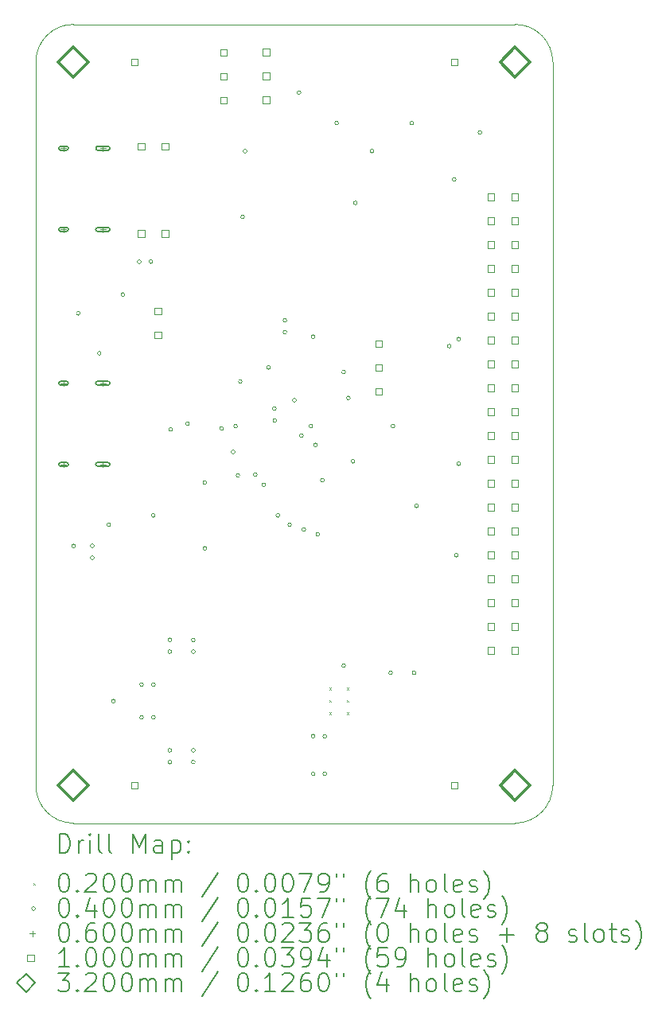
<source format=gbr>
%FSLAX45Y45*%
G04 Gerber Fmt 4.5, Leading zero omitted, Abs format (unit mm)*
G04 Created by KiCad (PCBNEW 6.0.2+dfsg-1) date 2025-09-20 13:55:49*
%MOMM*%
%LPD*%
G01*
G04 APERTURE LIST*
%TA.AperFunction,Profile*%
%ADD10C,0.100000*%
%TD*%
%ADD11C,0.200000*%
%ADD12C,0.020000*%
%ADD13C,0.040000*%
%ADD14C,0.060000*%
%ADD15C,0.100000*%
%ADD16C,0.320000*%
G04 APERTURE END LIST*
D10*
X17300000Y-14000000D02*
G75*
G03*
X17700000Y-13600000I0J400000D01*
G01*
X12200000Y-13600000D02*
G75*
G03*
X12600000Y-14000000I400000J0D01*
G01*
X12200000Y-13600000D02*
X12200000Y-5900000D01*
X17700000Y-5900000D02*
G75*
G03*
X17300000Y-5500000I-400000J0D01*
G01*
X12600000Y-5500000D02*
X17300000Y-5500000D01*
X12600000Y-5500000D02*
G75*
G03*
X12200000Y-5900000I0J-400000D01*
G01*
X17300000Y-14000000D02*
X12600000Y-14000000D01*
X17700000Y-5900000D02*
X17700000Y-13600000D01*
D11*
D12*
X15319500Y-12560000D02*
X15339500Y-12580000D01*
X15339500Y-12560000D02*
X15319500Y-12580000D01*
X15319500Y-12690000D02*
X15339500Y-12710000D01*
X15339500Y-12690000D02*
X15319500Y-12710000D01*
X15319500Y-12820000D02*
X15339500Y-12840000D01*
X15339500Y-12820000D02*
X15319500Y-12840000D01*
X15510500Y-12560000D02*
X15530500Y-12580000D01*
X15530500Y-12560000D02*
X15510500Y-12580000D01*
X15510500Y-12690000D02*
X15530500Y-12710000D01*
X15530500Y-12690000D02*
X15510500Y-12710000D01*
X15510500Y-12820000D02*
X15530500Y-12840000D01*
X15530500Y-12820000D02*
X15510500Y-12840000D01*
D13*
X12620000Y-11050000D02*
G75*
G03*
X12620000Y-11050000I-20000J0D01*
G01*
X12670000Y-8575000D02*
G75*
G03*
X12670000Y-8575000I-20000J0D01*
G01*
X12820000Y-11050000D02*
G75*
G03*
X12820000Y-11050000I-20000J0D01*
G01*
X12820000Y-11175000D02*
G75*
G03*
X12820000Y-11175000I-20000J0D01*
G01*
X12895000Y-9000000D02*
G75*
G03*
X12895000Y-9000000I-20000J0D01*
G01*
X12995000Y-10825000D02*
G75*
G03*
X12995000Y-10825000I-20000J0D01*
G01*
X13045000Y-12700000D02*
G75*
G03*
X13045000Y-12700000I-20000J0D01*
G01*
X13145000Y-8375000D02*
G75*
G03*
X13145000Y-8375000I-20000J0D01*
G01*
X13320000Y-8025000D02*
G75*
G03*
X13320000Y-8025000I-20000J0D01*
G01*
X13345000Y-12525000D02*
G75*
G03*
X13345000Y-12525000I-20000J0D01*
G01*
X13345000Y-12875000D02*
G75*
G03*
X13345000Y-12875000I-20000J0D01*
G01*
X13445000Y-8025000D02*
G75*
G03*
X13445000Y-8025000I-20000J0D01*
G01*
X13470000Y-10725000D02*
G75*
G03*
X13470000Y-10725000I-20000J0D01*
G01*
X13470000Y-12525000D02*
G75*
G03*
X13470000Y-12525000I-20000J0D01*
G01*
X13470000Y-12875000D02*
G75*
G03*
X13470000Y-12875000I-20000J0D01*
G01*
X13645000Y-12050000D02*
G75*
G03*
X13645000Y-12050000I-20000J0D01*
G01*
X13645000Y-12175000D02*
G75*
G03*
X13645000Y-12175000I-20000J0D01*
G01*
X13645000Y-13225000D02*
G75*
G03*
X13645000Y-13225000I-20000J0D01*
G01*
X13645000Y-13350000D02*
G75*
G03*
X13645000Y-13350000I-20000J0D01*
G01*
X13654467Y-9809467D02*
G75*
G03*
X13654467Y-9809467I-20000J0D01*
G01*
X13832500Y-9750000D02*
G75*
G03*
X13832500Y-9750000I-20000J0D01*
G01*
X13895000Y-12050000D02*
G75*
G03*
X13895000Y-12050000I-20000J0D01*
G01*
X13895000Y-12175000D02*
G75*
G03*
X13895000Y-12175000I-20000J0D01*
G01*
X13895000Y-13225000D02*
G75*
G03*
X13895000Y-13225000I-20000J0D01*
G01*
X13895000Y-13350000D02*
G75*
G03*
X13895000Y-13350000I-20000J0D01*
G01*
X14017630Y-10375000D02*
G75*
G03*
X14017630Y-10375000I-20000J0D01*
G01*
X14020000Y-11075000D02*
G75*
G03*
X14020000Y-11075000I-20000J0D01*
G01*
X14196230Y-9800000D02*
G75*
G03*
X14196230Y-9800000I-20000J0D01*
G01*
X14320000Y-10050000D02*
G75*
G03*
X14320000Y-10050000I-20000J0D01*
G01*
X14345000Y-9775000D02*
G75*
G03*
X14345000Y-9775000I-20000J0D01*
G01*
X14370000Y-10300000D02*
G75*
G03*
X14370000Y-10300000I-20000J0D01*
G01*
X14395000Y-9300000D02*
G75*
G03*
X14395000Y-9300000I-20000J0D01*
G01*
X14420000Y-7550000D02*
G75*
G03*
X14420000Y-7550000I-20000J0D01*
G01*
X14445000Y-6850000D02*
G75*
G03*
X14445000Y-6850000I-20000J0D01*
G01*
X14553750Y-10291250D02*
G75*
G03*
X14553750Y-10291250I-20000J0D01*
G01*
X14645000Y-10400000D02*
G75*
G03*
X14645000Y-10400000I-20000J0D01*
G01*
X14695000Y-9150000D02*
G75*
G03*
X14695000Y-9150000I-20000J0D01*
G01*
X14757500Y-9587500D02*
G75*
G03*
X14757500Y-9587500I-20000J0D01*
G01*
X14762009Y-9713987D02*
G75*
G03*
X14762009Y-9713987I-20000J0D01*
G01*
X14795000Y-10725000D02*
G75*
G03*
X14795000Y-10725000I-20000J0D01*
G01*
X14870000Y-8650000D02*
G75*
G03*
X14870000Y-8650000I-20000J0D01*
G01*
X14870000Y-8775000D02*
G75*
G03*
X14870000Y-8775000I-20000J0D01*
G01*
X14920000Y-10825000D02*
G75*
G03*
X14920000Y-10825000I-20000J0D01*
G01*
X14970000Y-9500000D02*
G75*
G03*
X14970000Y-9500000I-20000J0D01*
G01*
X15020000Y-6225000D02*
G75*
G03*
X15020000Y-6225000I-20000J0D01*
G01*
X15045000Y-9875000D02*
G75*
G03*
X15045000Y-9875000I-20000J0D01*
G01*
X15070000Y-10875000D02*
G75*
G03*
X15070000Y-10875000I-20000J0D01*
G01*
X15145000Y-9775000D02*
G75*
G03*
X15145000Y-9775000I-20000J0D01*
G01*
X15170000Y-8825000D02*
G75*
G03*
X15170000Y-8825000I-20000J0D01*
G01*
X15170000Y-13075000D02*
G75*
G03*
X15170000Y-13075000I-20000J0D01*
G01*
X15170000Y-13475000D02*
G75*
G03*
X15170000Y-13475000I-20000J0D01*
G01*
X15195000Y-9975000D02*
G75*
G03*
X15195000Y-9975000I-20000J0D01*
G01*
X15220000Y-10925000D02*
G75*
G03*
X15220000Y-10925000I-20000J0D01*
G01*
X15270000Y-10350000D02*
G75*
G03*
X15270000Y-10350000I-20000J0D01*
G01*
X15295000Y-13075000D02*
G75*
G03*
X15295000Y-13075000I-20000J0D01*
G01*
X15295000Y-13475000D02*
G75*
G03*
X15295000Y-13475000I-20000J0D01*
G01*
X15420000Y-6550000D02*
G75*
G03*
X15420000Y-6550000I-20000J0D01*
G01*
X15495000Y-9200000D02*
G75*
G03*
X15495000Y-9200000I-20000J0D01*
G01*
X15495000Y-12325000D02*
G75*
G03*
X15495000Y-12325000I-20000J0D01*
G01*
X15545000Y-9475000D02*
G75*
G03*
X15545000Y-9475000I-20000J0D01*
G01*
X15595000Y-10150000D02*
G75*
G03*
X15595000Y-10150000I-20000J0D01*
G01*
X15620000Y-7400000D02*
G75*
G03*
X15620000Y-7400000I-20000J0D01*
G01*
X15797500Y-6847500D02*
G75*
G03*
X15797500Y-6847500I-20000J0D01*
G01*
X15995000Y-12400000D02*
G75*
G03*
X15995000Y-12400000I-20000J0D01*
G01*
X16020000Y-9775000D02*
G75*
G03*
X16020000Y-9775000I-20000J0D01*
G01*
X16220000Y-6550000D02*
G75*
G03*
X16220000Y-6550000I-20000J0D01*
G01*
X16245000Y-12400000D02*
G75*
G03*
X16245000Y-12400000I-20000J0D01*
G01*
X16270000Y-10625000D02*
G75*
G03*
X16270000Y-10625000I-20000J0D01*
G01*
X16618770Y-8923770D02*
G75*
G03*
X16618770Y-8923770I-20000J0D01*
G01*
X16670000Y-7150000D02*
G75*
G03*
X16670000Y-7150000I-20000J0D01*
G01*
X16695000Y-11150000D02*
G75*
G03*
X16695000Y-11150000I-20000J0D01*
G01*
X16720000Y-8850000D02*
G75*
G03*
X16720000Y-8850000I-20000J0D01*
G01*
X16720000Y-10175000D02*
G75*
G03*
X16720000Y-10175000I-20000J0D01*
G01*
X16945000Y-6650000D02*
G75*
G03*
X16945000Y-6650000I-20000J0D01*
G01*
D14*
X12495000Y-6788000D02*
X12495000Y-6848000D01*
X12465000Y-6818000D02*
X12525000Y-6818000D01*
D11*
X12525000Y-6798000D02*
X12465000Y-6798000D01*
X12525000Y-6838000D02*
X12465000Y-6838000D01*
X12465000Y-6798000D02*
G75*
G03*
X12465000Y-6838000I0J-20000D01*
G01*
X12525000Y-6838000D02*
G75*
G03*
X12525000Y-6798000I0J20000D01*
G01*
D14*
X12495000Y-7652000D02*
X12495000Y-7712000D01*
X12465000Y-7682000D02*
X12525000Y-7682000D01*
D11*
X12525000Y-7662000D02*
X12465000Y-7662000D01*
X12525000Y-7702000D02*
X12465000Y-7702000D01*
X12465000Y-7662000D02*
G75*
G03*
X12465000Y-7702000I0J-20000D01*
G01*
X12525000Y-7702000D02*
G75*
G03*
X12525000Y-7662000I0J20000D01*
G01*
D14*
X12495000Y-9288000D02*
X12495000Y-9348000D01*
X12465000Y-9318000D02*
X12525000Y-9318000D01*
D11*
X12525000Y-9298000D02*
X12465000Y-9298000D01*
X12525000Y-9338000D02*
X12465000Y-9338000D01*
X12465000Y-9298000D02*
G75*
G03*
X12465000Y-9338000I0J-20000D01*
G01*
X12525000Y-9338000D02*
G75*
G03*
X12525000Y-9298000I0J20000D01*
G01*
D14*
X12495000Y-10152000D02*
X12495000Y-10212000D01*
X12465000Y-10182000D02*
X12525000Y-10182000D01*
D11*
X12525000Y-10162000D02*
X12465000Y-10162000D01*
X12525000Y-10202000D02*
X12465000Y-10202000D01*
X12465000Y-10162000D02*
G75*
G03*
X12465000Y-10202000I0J-20000D01*
G01*
X12525000Y-10202000D02*
G75*
G03*
X12525000Y-10162000I0J20000D01*
G01*
D14*
X12913000Y-6788000D02*
X12913000Y-6848000D01*
X12883000Y-6818000D02*
X12943000Y-6818000D01*
D11*
X12968000Y-6798000D02*
X12858000Y-6798000D01*
X12968000Y-6838000D02*
X12858000Y-6838000D01*
X12858000Y-6798000D02*
G75*
G03*
X12858000Y-6838000I0J-20000D01*
G01*
X12968000Y-6838000D02*
G75*
G03*
X12968000Y-6798000I0J20000D01*
G01*
D14*
X12913000Y-7652000D02*
X12913000Y-7712000D01*
X12883000Y-7682000D02*
X12943000Y-7682000D01*
D11*
X12968000Y-7662000D02*
X12858000Y-7662000D01*
X12968000Y-7702000D02*
X12858000Y-7702000D01*
X12858000Y-7662000D02*
G75*
G03*
X12858000Y-7702000I0J-20000D01*
G01*
X12968000Y-7702000D02*
G75*
G03*
X12968000Y-7662000I0J20000D01*
G01*
D14*
X12913000Y-9288000D02*
X12913000Y-9348000D01*
X12883000Y-9318000D02*
X12943000Y-9318000D01*
D11*
X12968000Y-9298000D02*
X12858000Y-9298000D01*
X12968000Y-9338000D02*
X12858000Y-9338000D01*
X12858000Y-9298000D02*
G75*
G03*
X12858000Y-9338000I0J-20000D01*
G01*
X12968000Y-9338000D02*
G75*
G03*
X12968000Y-9298000I0J20000D01*
G01*
D14*
X12913000Y-10152000D02*
X12913000Y-10212000D01*
X12883000Y-10182000D02*
X12943000Y-10182000D01*
D11*
X12968000Y-10162000D02*
X12858000Y-10162000D01*
X12968000Y-10202000D02*
X12858000Y-10202000D01*
X12858000Y-10162000D02*
G75*
G03*
X12858000Y-10202000I0J-20000D01*
G01*
X12968000Y-10202000D02*
G75*
G03*
X12968000Y-10162000I0J20000D01*
G01*
D15*
X13285356Y-5935356D02*
X13285356Y-5864644D01*
X13214644Y-5864644D01*
X13214644Y-5935356D01*
X13285356Y-5935356D01*
X13285356Y-13635356D02*
X13285356Y-13564644D01*
X13214644Y-13564644D01*
X13214644Y-13635356D01*
X13285356Y-13635356D01*
X13356356Y-6835356D02*
X13356356Y-6764644D01*
X13285644Y-6764644D01*
X13285644Y-6835356D01*
X13356356Y-6835356D01*
X13357856Y-7760356D02*
X13357856Y-7689644D01*
X13287144Y-7689644D01*
X13287144Y-7760356D01*
X13357856Y-7760356D01*
X13535356Y-8583856D02*
X13535356Y-8513144D01*
X13464644Y-8513144D01*
X13464644Y-8583856D01*
X13535356Y-8583856D01*
X13535356Y-8837856D02*
X13535356Y-8767144D01*
X13464644Y-8767144D01*
X13464644Y-8837856D01*
X13535356Y-8837856D01*
X13610356Y-6835356D02*
X13610356Y-6764644D01*
X13539644Y-6764644D01*
X13539644Y-6835356D01*
X13610356Y-6835356D01*
X13611856Y-7760356D02*
X13611856Y-7689644D01*
X13541144Y-7689644D01*
X13541144Y-7760356D01*
X13611856Y-7760356D01*
X14235356Y-5832856D02*
X14235356Y-5762144D01*
X14164644Y-5762144D01*
X14164644Y-5832856D01*
X14235356Y-5832856D01*
X14235356Y-6086856D02*
X14235356Y-6016144D01*
X14164644Y-6016144D01*
X14164644Y-6086856D01*
X14235356Y-6086856D01*
X14235356Y-6340856D02*
X14235356Y-6270144D01*
X14164644Y-6270144D01*
X14164644Y-6340856D01*
X14235356Y-6340856D01*
X14685356Y-5831356D02*
X14685356Y-5760644D01*
X14614644Y-5760644D01*
X14614644Y-5831356D01*
X14685356Y-5831356D01*
X14685356Y-6085356D02*
X14685356Y-6014644D01*
X14614644Y-6014644D01*
X14614644Y-6085356D01*
X14685356Y-6085356D01*
X14685356Y-6339356D02*
X14685356Y-6268644D01*
X14614644Y-6268644D01*
X14614644Y-6339356D01*
X14685356Y-6339356D01*
X15885356Y-8931356D02*
X15885356Y-8860644D01*
X15814644Y-8860644D01*
X15814644Y-8931356D01*
X15885356Y-8931356D01*
X15885356Y-9185356D02*
X15885356Y-9114644D01*
X15814644Y-9114644D01*
X15814644Y-9185356D01*
X15885356Y-9185356D01*
X15885356Y-9439356D02*
X15885356Y-9368644D01*
X15814644Y-9368644D01*
X15814644Y-9439356D01*
X15885356Y-9439356D01*
X16685356Y-5935356D02*
X16685356Y-5864644D01*
X16614644Y-5864644D01*
X16614644Y-5935356D01*
X16685356Y-5935356D01*
X16685356Y-13635356D02*
X16685356Y-13564644D01*
X16614644Y-13564644D01*
X16614644Y-13635356D01*
X16685356Y-13635356D01*
X17077356Y-7372356D02*
X17077356Y-7301644D01*
X17006644Y-7301644D01*
X17006644Y-7372356D01*
X17077356Y-7372356D01*
X17077356Y-7626356D02*
X17077356Y-7555644D01*
X17006644Y-7555644D01*
X17006644Y-7626356D01*
X17077356Y-7626356D01*
X17077356Y-7880356D02*
X17077356Y-7809644D01*
X17006644Y-7809644D01*
X17006644Y-7880356D01*
X17077356Y-7880356D01*
X17077356Y-8134356D02*
X17077356Y-8063644D01*
X17006644Y-8063644D01*
X17006644Y-8134356D01*
X17077356Y-8134356D01*
X17077356Y-8388356D02*
X17077356Y-8317644D01*
X17006644Y-8317644D01*
X17006644Y-8388356D01*
X17077356Y-8388356D01*
X17077356Y-8642356D02*
X17077356Y-8571644D01*
X17006644Y-8571644D01*
X17006644Y-8642356D01*
X17077356Y-8642356D01*
X17077356Y-8896356D02*
X17077356Y-8825644D01*
X17006644Y-8825644D01*
X17006644Y-8896356D01*
X17077356Y-8896356D01*
X17077356Y-9150356D02*
X17077356Y-9079644D01*
X17006644Y-9079644D01*
X17006644Y-9150356D01*
X17077356Y-9150356D01*
X17077356Y-9404356D02*
X17077356Y-9333644D01*
X17006644Y-9333644D01*
X17006644Y-9404356D01*
X17077356Y-9404356D01*
X17077356Y-9658356D02*
X17077356Y-9587644D01*
X17006644Y-9587644D01*
X17006644Y-9658356D01*
X17077356Y-9658356D01*
X17077356Y-9912356D02*
X17077356Y-9841644D01*
X17006644Y-9841644D01*
X17006644Y-9912356D01*
X17077356Y-9912356D01*
X17077356Y-10166356D02*
X17077356Y-10095644D01*
X17006644Y-10095644D01*
X17006644Y-10166356D01*
X17077356Y-10166356D01*
X17077356Y-10420356D02*
X17077356Y-10349644D01*
X17006644Y-10349644D01*
X17006644Y-10420356D01*
X17077356Y-10420356D01*
X17077356Y-10674356D02*
X17077356Y-10603644D01*
X17006644Y-10603644D01*
X17006644Y-10674356D01*
X17077356Y-10674356D01*
X17077356Y-10928356D02*
X17077356Y-10857644D01*
X17006644Y-10857644D01*
X17006644Y-10928356D01*
X17077356Y-10928356D01*
X17077356Y-11182356D02*
X17077356Y-11111644D01*
X17006644Y-11111644D01*
X17006644Y-11182356D01*
X17077356Y-11182356D01*
X17077356Y-11436356D02*
X17077356Y-11365644D01*
X17006644Y-11365644D01*
X17006644Y-11436356D01*
X17077356Y-11436356D01*
X17077356Y-11690356D02*
X17077356Y-11619644D01*
X17006644Y-11619644D01*
X17006644Y-11690356D01*
X17077356Y-11690356D01*
X17077356Y-11944356D02*
X17077356Y-11873644D01*
X17006644Y-11873644D01*
X17006644Y-11944356D01*
X17077356Y-11944356D01*
X17077356Y-12198356D02*
X17077356Y-12127644D01*
X17006644Y-12127644D01*
X17006644Y-12198356D01*
X17077356Y-12198356D01*
X17331356Y-7372356D02*
X17331356Y-7301644D01*
X17260644Y-7301644D01*
X17260644Y-7372356D01*
X17331356Y-7372356D01*
X17331356Y-7626356D02*
X17331356Y-7555644D01*
X17260644Y-7555644D01*
X17260644Y-7626356D01*
X17331356Y-7626356D01*
X17331356Y-7880356D02*
X17331356Y-7809644D01*
X17260644Y-7809644D01*
X17260644Y-7880356D01*
X17331356Y-7880356D01*
X17331356Y-8134356D02*
X17331356Y-8063644D01*
X17260644Y-8063644D01*
X17260644Y-8134356D01*
X17331356Y-8134356D01*
X17331356Y-8388356D02*
X17331356Y-8317644D01*
X17260644Y-8317644D01*
X17260644Y-8388356D01*
X17331356Y-8388356D01*
X17331356Y-8642356D02*
X17331356Y-8571644D01*
X17260644Y-8571644D01*
X17260644Y-8642356D01*
X17331356Y-8642356D01*
X17331356Y-8896356D02*
X17331356Y-8825644D01*
X17260644Y-8825644D01*
X17260644Y-8896356D01*
X17331356Y-8896356D01*
X17331356Y-9150356D02*
X17331356Y-9079644D01*
X17260644Y-9079644D01*
X17260644Y-9150356D01*
X17331356Y-9150356D01*
X17331356Y-9404356D02*
X17331356Y-9333644D01*
X17260644Y-9333644D01*
X17260644Y-9404356D01*
X17331356Y-9404356D01*
X17331356Y-9658356D02*
X17331356Y-9587644D01*
X17260644Y-9587644D01*
X17260644Y-9658356D01*
X17331356Y-9658356D01*
X17331356Y-9912356D02*
X17331356Y-9841644D01*
X17260644Y-9841644D01*
X17260644Y-9912356D01*
X17331356Y-9912356D01*
X17331356Y-10166356D02*
X17331356Y-10095644D01*
X17260644Y-10095644D01*
X17260644Y-10166356D01*
X17331356Y-10166356D01*
X17331356Y-10420356D02*
X17331356Y-10349644D01*
X17260644Y-10349644D01*
X17260644Y-10420356D01*
X17331356Y-10420356D01*
X17331356Y-10674356D02*
X17331356Y-10603644D01*
X17260644Y-10603644D01*
X17260644Y-10674356D01*
X17331356Y-10674356D01*
X17331356Y-10928356D02*
X17331356Y-10857644D01*
X17260644Y-10857644D01*
X17260644Y-10928356D01*
X17331356Y-10928356D01*
X17331356Y-11182356D02*
X17331356Y-11111644D01*
X17260644Y-11111644D01*
X17260644Y-11182356D01*
X17331356Y-11182356D01*
X17331356Y-11436356D02*
X17331356Y-11365644D01*
X17260644Y-11365644D01*
X17260644Y-11436356D01*
X17331356Y-11436356D01*
X17331356Y-11690356D02*
X17331356Y-11619644D01*
X17260644Y-11619644D01*
X17260644Y-11690356D01*
X17331356Y-11690356D01*
X17331356Y-11944356D02*
X17331356Y-11873644D01*
X17260644Y-11873644D01*
X17260644Y-11944356D01*
X17331356Y-11944356D01*
X17331356Y-12198356D02*
X17331356Y-12127644D01*
X17260644Y-12127644D01*
X17260644Y-12198356D01*
X17331356Y-12198356D01*
D16*
X12600000Y-6060000D02*
X12760000Y-5900000D01*
X12600000Y-5740000D01*
X12440000Y-5900000D01*
X12600000Y-6060000D01*
X12600000Y-13760000D02*
X12760000Y-13600000D01*
X12600000Y-13440000D01*
X12440000Y-13600000D01*
X12600000Y-13760000D01*
X17300000Y-6060000D02*
X17460000Y-5900000D01*
X17300000Y-5740000D01*
X17140000Y-5900000D01*
X17300000Y-6060000D01*
X17300000Y-13760000D02*
X17460000Y-13600000D01*
X17300000Y-13440000D01*
X17140000Y-13600000D01*
X17300000Y-13760000D01*
D11*
X12452619Y-14315476D02*
X12452619Y-14115476D01*
X12500238Y-14115476D01*
X12528809Y-14125000D01*
X12547857Y-14144048D01*
X12557381Y-14163095D01*
X12566905Y-14201190D01*
X12566905Y-14229762D01*
X12557381Y-14267857D01*
X12547857Y-14286905D01*
X12528809Y-14305952D01*
X12500238Y-14315476D01*
X12452619Y-14315476D01*
X12652619Y-14315476D02*
X12652619Y-14182143D01*
X12652619Y-14220238D02*
X12662143Y-14201190D01*
X12671667Y-14191667D01*
X12690714Y-14182143D01*
X12709762Y-14182143D01*
X12776428Y-14315476D02*
X12776428Y-14182143D01*
X12776428Y-14115476D02*
X12766905Y-14125000D01*
X12776428Y-14134524D01*
X12785952Y-14125000D01*
X12776428Y-14115476D01*
X12776428Y-14134524D01*
X12900238Y-14315476D02*
X12881190Y-14305952D01*
X12871667Y-14286905D01*
X12871667Y-14115476D01*
X13005000Y-14315476D02*
X12985952Y-14305952D01*
X12976428Y-14286905D01*
X12976428Y-14115476D01*
X13233571Y-14315476D02*
X13233571Y-14115476D01*
X13300238Y-14258333D01*
X13366905Y-14115476D01*
X13366905Y-14315476D01*
X13547857Y-14315476D02*
X13547857Y-14210714D01*
X13538333Y-14191667D01*
X13519286Y-14182143D01*
X13481190Y-14182143D01*
X13462143Y-14191667D01*
X13547857Y-14305952D02*
X13528809Y-14315476D01*
X13481190Y-14315476D01*
X13462143Y-14305952D01*
X13452619Y-14286905D01*
X13452619Y-14267857D01*
X13462143Y-14248809D01*
X13481190Y-14239286D01*
X13528809Y-14239286D01*
X13547857Y-14229762D01*
X13643095Y-14182143D02*
X13643095Y-14382143D01*
X13643095Y-14191667D02*
X13662143Y-14182143D01*
X13700238Y-14182143D01*
X13719286Y-14191667D01*
X13728809Y-14201190D01*
X13738333Y-14220238D01*
X13738333Y-14277381D01*
X13728809Y-14296428D01*
X13719286Y-14305952D01*
X13700238Y-14315476D01*
X13662143Y-14315476D01*
X13643095Y-14305952D01*
X13824048Y-14296428D02*
X13833571Y-14305952D01*
X13824048Y-14315476D01*
X13814524Y-14305952D01*
X13824048Y-14296428D01*
X13824048Y-14315476D01*
X13824048Y-14191667D02*
X13833571Y-14201190D01*
X13824048Y-14210714D01*
X13814524Y-14201190D01*
X13824048Y-14191667D01*
X13824048Y-14210714D01*
D12*
X12175000Y-14635000D02*
X12195000Y-14655000D01*
X12195000Y-14635000D02*
X12175000Y-14655000D01*
D11*
X12490714Y-14535476D02*
X12509762Y-14535476D01*
X12528809Y-14545000D01*
X12538333Y-14554524D01*
X12547857Y-14573571D01*
X12557381Y-14611667D01*
X12557381Y-14659286D01*
X12547857Y-14697381D01*
X12538333Y-14716428D01*
X12528809Y-14725952D01*
X12509762Y-14735476D01*
X12490714Y-14735476D01*
X12471667Y-14725952D01*
X12462143Y-14716428D01*
X12452619Y-14697381D01*
X12443095Y-14659286D01*
X12443095Y-14611667D01*
X12452619Y-14573571D01*
X12462143Y-14554524D01*
X12471667Y-14545000D01*
X12490714Y-14535476D01*
X12643095Y-14716428D02*
X12652619Y-14725952D01*
X12643095Y-14735476D01*
X12633571Y-14725952D01*
X12643095Y-14716428D01*
X12643095Y-14735476D01*
X12728809Y-14554524D02*
X12738333Y-14545000D01*
X12757381Y-14535476D01*
X12805000Y-14535476D01*
X12824048Y-14545000D01*
X12833571Y-14554524D01*
X12843095Y-14573571D01*
X12843095Y-14592619D01*
X12833571Y-14621190D01*
X12719286Y-14735476D01*
X12843095Y-14735476D01*
X12966905Y-14535476D02*
X12985952Y-14535476D01*
X13005000Y-14545000D01*
X13014524Y-14554524D01*
X13024048Y-14573571D01*
X13033571Y-14611667D01*
X13033571Y-14659286D01*
X13024048Y-14697381D01*
X13014524Y-14716428D01*
X13005000Y-14725952D01*
X12985952Y-14735476D01*
X12966905Y-14735476D01*
X12947857Y-14725952D01*
X12938333Y-14716428D01*
X12928809Y-14697381D01*
X12919286Y-14659286D01*
X12919286Y-14611667D01*
X12928809Y-14573571D01*
X12938333Y-14554524D01*
X12947857Y-14545000D01*
X12966905Y-14535476D01*
X13157381Y-14535476D02*
X13176428Y-14535476D01*
X13195476Y-14545000D01*
X13205000Y-14554524D01*
X13214524Y-14573571D01*
X13224048Y-14611667D01*
X13224048Y-14659286D01*
X13214524Y-14697381D01*
X13205000Y-14716428D01*
X13195476Y-14725952D01*
X13176428Y-14735476D01*
X13157381Y-14735476D01*
X13138333Y-14725952D01*
X13128809Y-14716428D01*
X13119286Y-14697381D01*
X13109762Y-14659286D01*
X13109762Y-14611667D01*
X13119286Y-14573571D01*
X13128809Y-14554524D01*
X13138333Y-14545000D01*
X13157381Y-14535476D01*
X13309762Y-14735476D02*
X13309762Y-14602143D01*
X13309762Y-14621190D02*
X13319286Y-14611667D01*
X13338333Y-14602143D01*
X13366905Y-14602143D01*
X13385952Y-14611667D01*
X13395476Y-14630714D01*
X13395476Y-14735476D01*
X13395476Y-14630714D02*
X13405000Y-14611667D01*
X13424048Y-14602143D01*
X13452619Y-14602143D01*
X13471667Y-14611667D01*
X13481190Y-14630714D01*
X13481190Y-14735476D01*
X13576428Y-14735476D02*
X13576428Y-14602143D01*
X13576428Y-14621190D02*
X13585952Y-14611667D01*
X13605000Y-14602143D01*
X13633571Y-14602143D01*
X13652619Y-14611667D01*
X13662143Y-14630714D01*
X13662143Y-14735476D01*
X13662143Y-14630714D02*
X13671667Y-14611667D01*
X13690714Y-14602143D01*
X13719286Y-14602143D01*
X13738333Y-14611667D01*
X13747857Y-14630714D01*
X13747857Y-14735476D01*
X14138333Y-14525952D02*
X13966905Y-14783095D01*
X14395476Y-14535476D02*
X14414524Y-14535476D01*
X14433571Y-14545000D01*
X14443095Y-14554524D01*
X14452619Y-14573571D01*
X14462143Y-14611667D01*
X14462143Y-14659286D01*
X14452619Y-14697381D01*
X14443095Y-14716428D01*
X14433571Y-14725952D01*
X14414524Y-14735476D01*
X14395476Y-14735476D01*
X14376428Y-14725952D01*
X14366905Y-14716428D01*
X14357381Y-14697381D01*
X14347857Y-14659286D01*
X14347857Y-14611667D01*
X14357381Y-14573571D01*
X14366905Y-14554524D01*
X14376428Y-14545000D01*
X14395476Y-14535476D01*
X14547857Y-14716428D02*
X14557381Y-14725952D01*
X14547857Y-14735476D01*
X14538333Y-14725952D01*
X14547857Y-14716428D01*
X14547857Y-14735476D01*
X14681190Y-14535476D02*
X14700238Y-14535476D01*
X14719286Y-14545000D01*
X14728809Y-14554524D01*
X14738333Y-14573571D01*
X14747857Y-14611667D01*
X14747857Y-14659286D01*
X14738333Y-14697381D01*
X14728809Y-14716428D01*
X14719286Y-14725952D01*
X14700238Y-14735476D01*
X14681190Y-14735476D01*
X14662143Y-14725952D01*
X14652619Y-14716428D01*
X14643095Y-14697381D01*
X14633571Y-14659286D01*
X14633571Y-14611667D01*
X14643095Y-14573571D01*
X14652619Y-14554524D01*
X14662143Y-14545000D01*
X14681190Y-14535476D01*
X14871667Y-14535476D02*
X14890714Y-14535476D01*
X14909762Y-14545000D01*
X14919286Y-14554524D01*
X14928809Y-14573571D01*
X14938333Y-14611667D01*
X14938333Y-14659286D01*
X14928809Y-14697381D01*
X14919286Y-14716428D01*
X14909762Y-14725952D01*
X14890714Y-14735476D01*
X14871667Y-14735476D01*
X14852619Y-14725952D01*
X14843095Y-14716428D01*
X14833571Y-14697381D01*
X14824048Y-14659286D01*
X14824048Y-14611667D01*
X14833571Y-14573571D01*
X14843095Y-14554524D01*
X14852619Y-14545000D01*
X14871667Y-14535476D01*
X15005000Y-14535476D02*
X15138333Y-14535476D01*
X15052619Y-14735476D01*
X15224048Y-14735476D02*
X15262143Y-14735476D01*
X15281190Y-14725952D01*
X15290714Y-14716428D01*
X15309762Y-14687857D01*
X15319286Y-14649762D01*
X15319286Y-14573571D01*
X15309762Y-14554524D01*
X15300238Y-14545000D01*
X15281190Y-14535476D01*
X15243095Y-14535476D01*
X15224048Y-14545000D01*
X15214524Y-14554524D01*
X15205000Y-14573571D01*
X15205000Y-14621190D01*
X15214524Y-14640238D01*
X15224048Y-14649762D01*
X15243095Y-14659286D01*
X15281190Y-14659286D01*
X15300238Y-14649762D01*
X15309762Y-14640238D01*
X15319286Y-14621190D01*
X15395476Y-14535476D02*
X15395476Y-14573571D01*
X15471667Y-14535476D02*
X15471667Y-14573571D01*
X15766905Y-14811667D02*
X15757381Y-14802143D01*
X15738333Y-14773571D01*
X15728809Y-14754524D01*
X15719286Y-14725952D01*
X15709762Y-14678333D01*
X15709762Y-14640238D01*
X15719286Y-14592619D01*
X15728809Y-14564048D01*
X15738333Y-14545000D01*
X15757381Y-14516428D01*
X15766905Y-14506905D01*
X15928809Y-14535476D02*
X15890714Y-14535476D01*
X15871667Y-14545000D01*
X15862143Y-14554524D01*
X15843095Y-14583095D01*
X15833571Y-14621190D01*
X15833571Y-14697381D01*
X15843095Y-14716428D01*
X15852619Y-14725952D01*
X15871667Y-14735476D01*
X15909762Y-14735476D01*
X15928809Y-14725952D01*
X15938333Y-14716428D01*
X15947857Y-14697381D01*
X15947857Y-14649762D01*
X15938333Y-14630714D01*
X15928809Y-14621190D01*
X15909762Y-14611667D01*
X15871667Y-14611667D01*
X15852619Y-14621190D01*
X15843095Y-14630714D01*
X15833571Y-14649762D01*
X16185952Y-14735476D02*
X16185952Y-14535476D01*
X16271667Y-14735476D02*
X16271667Y-14630714D01*
X16262143Y-14611667D01*
X16243095Y-14602143D01*
X16214524Y-14602143D01*
X16195476Y-14611667D01*
X16185952Y-14621190D01*
X16395476Y-14735476D02*
X16376428Y-14725952D01*
X16366905Y-14716428D01*
X16357381Y-14697381D01*
X16357381Y-14640238D01*
X16366905Y-14621190D01*
X16376428Y-14611667D01*
X16395476Y-14602143D01*
X16424048Y-14602143D01*
X16443095Y-14611667D01*
X16452619Y-14621190D01*
X16462143Y-14640238D01*
X16462143Y-14697381D01*
X16452619Y-14716428D01*
X16443095Y-14725952D01*
X16424048Y-14735476D01*
X16395476Y-14735476D01*
X16576428Y-14735476D02*
X16557381Y-14725952D01*
X16547857Y-14706905D01*
X16547857Y-14535476D01*
X16728809Y-14725952D02*
X16709762Y-14735476D01*
X16671667Y-14735476D01*
X16652619Y-14725952D01*
X16643095Y-14706905D01*
X16643095Y-14630714D01*
X16652619Y-14611667D01*
X16671667Y-14602143D01*
X16709762Y-14602143D01*
X16728809Y-14611667D01*
X16738333Y-14630714D01*
X16738333Y-14649762D01*
X16643095Y-14668809D01*
X16814524Y-14725952D02*
X16833571Y-14735476D01*
X16871667Y-14735476D01*
X16890714Y-14725952D01*
X16900238Y-14706905D01*
X16900238Y-14697381D01*
X16890714Y-14678333D01*
X16871667Y-14668809D01*
X16843095Y-14668809D01*
X16824048Y-14659286D01*
X16814524Y-14640238D01*
X16814524Y-14630714D01*
X16824048Y-14611667D01*
X16843095Y-14602143D01*
X16871667Y-14602143D01*
X16890714Y-14611667D01*
X16966905Y-14811667D02*
X16976429Y-14802143D01*
X16995476Y-14773571D01*
X17005000Y-14754524D01*
X17014524Y-14725952D01*
X17024048Y-14678333D01*
X17024048Y-14640238D01*
X17014524Y-14592619D01*
X17005000Y-14564048D01*
X16995476Y-14545000D01*
X16976429Y-14516428D01*
X16966905Y-14506905D01*
D13*
X12195000Y-14909000D02*
G75*
G03*
X12195000Y-14909000I-20000J0D01*
G01*
D11*
X12490714Y-14799476D02*
X12509762Y-14799476D01*
X12528809Y-14809000D01*
X12538333Y-14818524D01*
X12547857Y-14837571D01*
X12557381Y-14875667D01*
X12557381Y-14923286D01*
X12547857Y-14961381D01*
X12538333Y-14980428D01*
X12528809Y-14989952D01*
X12509762Y-14999476D01*
X12490714Y-14999476D01*
X12471667Y-14989952D01*
X12462143Y-14980428D01*
X12452619Y-14961381D01*
X12443095Y-14923286D01*
X12443095Y-14875667D01*
X12452619Y-14837571D01*
X12462143Y-14818524D01*
X12471667Y-14809000D01*
X12490714Y-14799476D01*
X12643095Y-14980428D02*
X12652619Y-14989952D01*
X12643095Y-14999476D01*
X12633571Y-14989952D01*
X12643095Y-14980428D01*
X12643095Y-14999476D01*
X12824048Y-14866143D02*
X12824048Y-14999476D01*
X12776428Y-14789952D02*
X12728809Y-14932809D01*
X12852619Y-14932809D01*
X12966905Y-14799476D02*
X12985952Y-14799476D01*
X13005000Y-14809000D01*
X13014524Y-14818524D01*
X13024048Y-14837571D01*
X13033571Y-14875667D01*
X13033571Y-14923286D01*
X13024048Y-14961381D01*
X13014524Y-14980428D01*
X13005000Y-14989952D01*
X12985952Y-14999476D01*
X12966905Y-14999476D01*
X12947857Y-14989952D01*
X12938333Y-14980428D01*
X12928809Y-14961381D01*
X12919286Y-14923286D01*
X12919286Y-14875667D01*
X12928809Y-14837571D01*
X12938333Y-14818524D01*
X12947857Y-14809000D01*
X12966905Y-14799476D01*
X13157381Y-14799476D02*
X13176428Y-14799476D01*
X13195476Y-14809000D01*
X13205000Y-14818524D01*
X13214524Y-14837571D01*
X13224048Y-14875667D01*
X13224048Y-14923286D01*
X13214524Y-14961381D01*
X13205000Y-14980428D01*
X13195476Y-14989952D01*
X13176428Y-14999476D01*
X13157381Y-14999476D01*
X13138333Y-14989952D01*
X13128809Y-14980428D01*
X13119286Y-14961381D01*
X13109762Y-14923286D01*
X13109762Y-14875667D01*
X13119286Y-14837571D01*
X13128809Y-14818524D01*
X13138333Y-14809000D01*
X13157381Y-14799476D01*
X13309762Y-14999476D02*
X13309762Y-14866143D01*
X13309762Y-14885190D02*
X13319286Y-14875667D01*
X13338333Y-14866143D01*
X13366905Y-14866143D01*
X13385952Y-14875667D01*
X13395476Y-14894714D01*
X13395476Y-14999476D01*
X13395476Y-14894714D02*
X13405000Y-14875667D01*
X13424048Y-14866143D01*
X13452619Y-14866143D01*
X13471667Y-14875667D01*
X13481190Y-14894714D01*
X13481190Y-14999476D01*
X13576428Y-14999476D02*
X13576428Y-14866143D01*
X13576428Y-14885190D02*
X13585952Y-14875667D01*
X13605000Y-14866143D01*
X13633571Y-14866143D01*
X13652619Y-14875667D01*
X13662143Y-14894714D01*
X13662143Y-14999476D01*
X13662143Y-14894714D02*
X13671667Y-14875667D01*
X13690714Y-14866143D01*
X13719286Y-14866143D01*
X13738333Y-14875667D01*
X13747857Y-14894714D01*
X13747857Y-14999476D01*
X14138333Y-14789952D02*
X13966905Y-15047095D01*
X14395476Y-14799476D02*
X14414524Y-14799476D01*
X14433571Y-14809000D01*
X14443095Y-14818524D01*
X14452619Y-14837571D01*
X14462143Y-14875667D01*
X14462143Y-14923286D01*
X14452619Y-14961381D01*
X14443095Y-14980428D01*
X14433571Y-14989952D01*
X14414524Y-14999476D01*
X14395476Y-14999476D01*
X14376428Y-14989952D01*
X14366905Y-14980428D01*
X14357381Y-14961381D01*
X14347857Y-14923286D01*
X14347857Y-14875667D01*
X14357381Y-14837571D01*
X14366905Y-14818524D01*
X14376428Y-14809000D01*
X14395476Y-14799476D01*
X14547857Y-14980428D02*
X14557381Y-14989952D01*
X14547857Y-14999476D01*
X14538333Y-14989952D01*
X14547857Y-14980428D01*
X14547857Y-14999476D01*
X14681190Y-14799476D02*
X14700238Y-14799476D01*
X14719286Y-14809000D01*
X14728809Y-14818524D01*
X14738333Y-14837571D01*
X14747857Y-14875667D01*
X14747857Y-14923286D01*
X14738333Y-14961381D01*
X14728809Y-14980428D01*
X14719286Y-14989952D01*
X14700238Y-14999476D01*
X14681190Y-14999476D01*
X14662143Y-14989952D01*
X14652619Y-14980428D01*
X14643095Y-14961381D01*
X14633571Y-14923286D01*
X14633571Y-14875667D01*
X14643095Y-14837571D01*
X14652619Y-14818524D01*
X14662143Y-14809000D01*
X14681190Y-14799476D01*
X14938333Y-14999476D02*
X14824048Y-14999476D01*
X14881190Y-14999476D02*
X14881190Y-14799476D01*
X14862143Y-14828048D01*
X14843095Y-14847095D01*
X14824048Y-14856619D01*
X15119286Y-14799476D02*
X15024048Y-14799476D01*
X15014524Y-14894714D01*
X15024048Y-14885190D01*
X15043095Y-14875667D01*
X15090714Y-14875667D01*
X15109762Y-14885190D01*
X15119286Y-14894714D01*
X15128809Y-14913762D01*
X15128809Y-14961381D01*
X15119286Y-14980428D01*
X15109762Y-14989952D01*
X15090714Y-14999476D01*
X15043095Y-14999476D01*
X15024048Y-14989952D01*
X15014524Y-14980428D01*
X15195476Y-14799476D02*
X15328809Y-14799476D01*
X15243095Y-14999476D01*
X15395476Y-14799476D02*
X15395476Y-14837571D01*
X15471667Y-14799476D02*
X15471667Y-14837571D01*
X15766905Y-15075667D02*
X15757381Y-15066143D01*
X15738333Y-15037571D01*
X15728809Y-15018524D01*
X15719286Y-14989952D01*
X15709762Y-14942333D01*
X15709762Y-14904238D01*
X15719286Y-14856619D01*
X15728809Y-14828048D01*
X15738333Y-14809000D01*
X15757381Y-14780428D01*
X15766905Y-14770905D01*
X15824048Y-14799476D02*
X15957381Y-14799476D01*
X15871667Y-14999476D01*
X16119286Y-14866143D02*
X16119286Y-14999476D01*
X16071667Y-14789952D02*
X16024048Y-14932809D01*
X16147857Y-14932809D01*
X16376428Y-14999476D02*
X16376428Y-14799476D01*
X16462143Y-14999476D02*
X16462143Y-14894714D01*
X16452619Y-14875667D01*
X16433571Y-14866143D01*
X16405000Y-14866143D01*
X16385952Y-14875667D01*
X16376428Y-14885190D01*
X16585952Y-14999476D02*
X16566905Y-14989952D01*
X16557381Y-14980428D01*
X16547857Y-14961381D01*
X16547857Y-14904238D01*
X16557381Y-14885190D01*
X16566905Y-14875667D01*
X16585952Y-14866143D01*
X16614524Y-14866143D01*
X16633571Y-14875667D01*
X16643095Y-14885190D01*
X16652619Y-14904238D01*
X16652619Y-14961381D01*
X16643095Y-14980428D01*
X16633571Y-14989952D01*
X16614524Y-14999476D01*
X16585952Y-14999476D01*
X16766905Y-14999476D02*
X16747857Y-14989952D01*
X16738333Y-14970905D01*
X16738333Y-14799476D01*
X16919286Y-14989952D02*
X16900238Y-14999476D01*
X16862143Y-14999476D01*
X16843095Y-14989952D01*
X16833571Y-14970905D01*
X16833571Y-14894714D01*
X16843095Y-14875667D01*
X16862143Y-14866143D01*
X16900238Y-14866143D01*
X16919286Y-14875667D01*
X16928810Y-14894714D01*
X16928810Y-14913762D01*
X16833571Y-14932809D01*
X17005000Y-14989952D02*
X17024048Y-14999476D01*
X17062143Y-14999476D01*
X17081190Y-14989952D01*
X17090714Y-14970905D01*
X17090714Y-14961381D01*
X17081190Y-14942333D01*
X17062143Y-14932809D01*
X17033571Y-14932809D01*
X17014524Y-14923286D01*
X17005000Y-14904238D01*
X17005000Y-14894714D01*
X17014524Y-14875667D01*
X17033571Y-14866143D01*
X17062143Y-14866143D01*
X17081190Y-14875667D01*
X17157381Y-15075667D02*
X17166905Y-15066143D01*
X17185952Y-15037571D01*
X17195476Y-15018524D01*
X17205000Y-14989952D01*
X17214524Y-14942333D01*
X17214524Y-14904238D01*
X17205000Y-14856619D01*
X17195476Y-14828048D01*
X17185952Y-14809000D01*
X17166905Y-14780428D01*
X17157381Y-14770905D01*
D14*
X12165000Y-15143000D02*
X12165000Y-15203000D01*
X12135000Y-15173000D02*
X12195000Y-15173000D01*
D11*
X12490714Y-15063476D02*
X12509762Y-15063476D01*
X12528809Y-15073000D01*
X12538333Y-15082524D01*
X12547857Y-15101571D01*
X12557381Y-15139667D01*
X12557381Y-15187286D01*
X12547857Y-15225381D01*
X12538333Y-15244428D01*
X12528809Y-15253952D01*
X12509762Y-15263476D01*
X12490714Y-15263476D01*
X12471667Y-15253952D01*
X12462143Y-15244428D01*
X12452619Y-15225381D01*
X12443095Y-15187286D01*
X12443095Y-15139667D01*
X12452619Y-15101571D01*
X12462143Y-15082524D01*
X12471667Y-15073000D01*
X12490714Y-15063476D01*
X12643095Y-15244428D02*
X12652619Y-15253952D01*
X12643095Y-15263476D01*
X12633571Y-15253952D01*
X12643095Y-15244428D01*
X12643095Y-15263476D01*
X12824048Y-15063476D02*
X12785952Y-15063476D01*
X12766905Y-15073000D01*
X12757381Y-15082524D01*
X12738333Y-15111095D01*
X12728809Y-15149190D01*
X12728809Y-15225381D01*
X12738333Y-15244428D01*
X12747857Y-15253952D01*
X12766905Y-15263476D01*
X12805000Y-15263476D01*
X12824048Y-15253952D01*
X12833571Y-15244428D01*
X12843095Y-15225381D01*
X12843095Y-15177762D01*
X12833571Y-15158714D01*
X12824048Y-15149190D01*
X12805000Y-15139667D01*
X12766905Y-15139667D01*
X12747857Y-15149190D01*
X12738333Y-15158714D01*
X12728809Y-15177762D01*
X12966905Y-15063476D02*
X12985952Y-15063476D01*
X13005000Y-15073000D01*
X13014524Y-15082524D01*
X13024048Y-15101571D01*
X13033571Y-15139667D01*
X13033571Y-15187286D01*
X13024048Y-15225381D01*
X13014524Y-15244428D01*
X13005000Y-15253952D01*
X12985952Y-15263476D01*
X12966905Y-15263476D01*
X12947857Y-15253952D01*
X12938333Y-15244428D01*
X12928809Y-15225381D01*
X12919286Y-15187286D01*
X12919286Y-15139667D01*
X12928809Y-15101571D01*
X12938333Y-15082524D01*
X12947857Y-15073000D01*
X12966905Y-15063476D01*
X13157381Y-15063476D02*
X13176428Y-15063476D01*
X13195476Y-15073000D01*
X13205000Y-15082524D01*
X13214524Y-15101571D01*
X13224048Y-15139667D01*
X13224048Y-15187286D01*
X13214524Y-15225381D01*
X13205000Y-15244428D01*
X13195476Y-15253952D01*
X13176428Y-15263476D01*
X13157381Y-15263476D01*
X13138333Y-15253952D01*
X13128809Y-15244428D01*
X13119286Y-15225381D01*
X13109762Y-15187286D01*
X13109762Y-15139667D01*
X13119286Y-15101571D01*
X13128809Y-15082524D01*
X13138333Y-15073000D01*
X13157381Y-15063476D01*
X13309762Y-15263476D02*
X13309762Y-15130143D01*
X13309762Y-15149190D02*
X13319286Y-15139667D01*
X13338333Y-15130143D01*
X13366905Y-15130143D01*
X13385952Y-15139667D01*
X13395476Y-15158714D01*
X13395476Y-15263476D01*
X13395476Y-15158714D02*
X13405000Y-15139667D01*
X13424048Y-15130143D01*
X13452619Y-15130143D01*
X13471667Y-15139667D01*
X13481190Y-15158714D01*
X13481190Y-15263476D01*
X13576428Y-15263476D02*
X13576428Y-15130143D01*
X13576428Y-15149190D02*
X13585952Y-15139667D01*
X13605000Y-15130143D01*
X13633571Y-15130143D01*
X13652619Y-15139667D01*
X13662143Y-15158714D01*
X13662143Y-15263476D01*
X13662143Y-15158714D02*
X13671667Y-15139667D01*
X13690714Y-15130143D01*
X13719286Y-15130143D01*
X13738333Y-15139667D01*
X13747857Y-15158714D01*
X13747857Y-15263476D01*
X14138333Y-15053952D02*
X13966905Y-15311095D01*
X14395476Y-15063476D02*
X14414524Y-15063476D01*
X14433571Y-15073000D01*
X14443095Y-15082524D01*
X14452619Y-15101571D01*
X14462143Y-15139667D01*
X14462143Y-15187286D01*
X14452619Y-15225381D01*
X14443095Y-15244428D01*
X14433571Y-15253952D01*
X14414524Y-15263476D01*
X14395476Y-15263476D01*
X14376428Y-15253952D01*
X14366905Y-15244428D01*
X14357381Y-15225381D01*
X14347857Y-15187286D01*
X14347857Y-15139667D01*
X14357381Y-15101571D01*
X14366905Y-15082524D01*
X14376428Y-15073000D01*
X14395476Y-15063476D01*
X14547857Y-15244428D02*
X14557381Y-15253952D01*
X14547857Y-15263476D01*
X14538333Y-15253952D01*
X14547857Y-15244428D01*
X14547857Y-15263476D01*
X14681190Y-15063476D02*
X14700238Y-15063476D01*
X14719286Y-15073000D01*
X14728809Y-15082524D01*
X14738333Y-15101571D01*
X14747857Y-15139667D01*
X14747857Y-15187286D01*
X14738333Y-15225381D01*
X14728809Y-15244428D01*
X14719286Y-15253952D01*
X14700238Y-15263476D01*
X14681190Y-15263476D01*
X14662143Y-15253952D01*
X14652619Y-15244428D01*
X14643095Y-15225381D01*
X14633571Y-15187286D01*
X14633571Y-15139667D01*
X14643095Y-15101571D01*
X14652619Y-15082524D01*
X14662143Y-15073000D01*
X14681190Y-15063476D01*
X14824048Y-15082524D02*
X14833571Y-15073000D01*
X14852619Y-15063476D01*
X14900238Y-15063476D01*
X14919286Y-15073000D01*
X14928809Y-15082524D01*
X14938333Y-15101571D01*
X14938333Y-15120619D01*
X14928809Y-15149190D01*
X14814524Y-15263476D01*
X14938333Y-15263476D01*
X15005000Y-15063476D02*
X15128809Y-15063476D01*
X15062143Y-15139667D01*
X15090714Y-15139667D01*
X15109762Y-15149190D01*
X15119286Y-15158714D01*
X15128809Y-15177762D01*
X15128809Y-15225381D01*
X15119286Y-15244428D01*
X15109762Y-15253952D01*
X15090714Y-15263476D01*
X15033571Y-15263476D01*
X15014524Y-15253952D01*
X15005000Y-15244428D01*
X15300238Y-15063476D02*
X15262143Y-15063476D01*
X15243095Y-15073000D01*
X15233571Y-15082524D01*
X15214524Y-15111095D01*
X15205000Y-15149190D01*
X15205000Y-15225381D01*
X15214524Y-15244428D01*
X15224048Y-15253952D01*
X15243095Y-15263476D01*
X15281190Y-15263476D01*
X15300238Y-15253952D01*
X15309762Y-15244428D01*
X15319286Y-15225381D01*
X15319286Y-15177762D01*
X15309762Y-15158714D01*
X15300238Y-15149190D01*
X15281190Y-15139667D01*
X15243095Y-15139667D01*
X15224048Y-15149190D01*
X15214524Y-15158714D01*
X15205000Y-15177762D01*
X15395476Y-15063476D02*
X15395476Y-15101571D01*
X15471667Y-15063476D02*
X15471667Y-15101571D01*
X15766905Y-15339667D02*
X15757381Y-15330143D01*
X15738333Y-15301571D01*
X15728809Y-15282524D01*
X15719286Y-15253952D01*
X15709762Y-15206333D01*
X15709762Y-15168238D01*
X15719286Y-15120619D01*
X15728809Y-15092048D01*
X15738333Y-15073000D01*
X15757381Y-15044428D01*
X15766905Y-15034905D01*
X15881190Y-15063476D02*
X15900238Y-15063476D01*
X15919286Y-15073000D01*
X15928809Y-15082524D01*
X15938333Y-15101571D01*
X15947857Y-15139667D01*
X15947857Y-15187286D01*
X15938333Y-15225381D01*
X15928809Y-15244428D01*
X15919286Y-15253952D01*
X15900238Y-15263476D01*
X15881190Y-15263476D01*
X15862143Y-15253952D01*
X15852619Y-15244428D01*
X15843095Y-15225381D01*
X15833571Y-15187286D01*
X15833571Y-15139667D01*
X15843095Y-15101571D01*
X15852619Y-15082524D01*
X15862143Y-15073000D01*
X15881190Y-15063476D01*
X16185952Y-15263476D02*
X16185952Y-15063476D01*
X16271667Y-15263476D02*
X16271667Y-15158714D01*
X16262143Y-15139667D01*
X16243095Y-15130143D01*
X16214524Y-15130143D01*
X16195476Y-15139667D01*
X16185952Y-15149190D01*
X16395476Y-15263476D02*
X16376428Y-15253952D01*
X16366905Y-15244428D01*
X16357381Y-15225381D01*
X16357381Y-15168238D01*
X16366905Y-15149190D01*
X16376428Y-15139667D01*
X16395476Y-15130143D01*
X16424048Y-15130143D01*
X16443095Y-15139667D01*
X16452619Y-15149190D01*
X16462143Y-15168238D01*
X16462143Y-15225381D01*
X16452619Y-15244428D01*
X16443095Y-15253952D01*
X16424048Y-15263476D01*
X16395476Y-15263476D01*
X16576428Y-15263476D02*
X16557381Y-15253952D01*
X16547857Y-15234905D01*
X16547857Y-15063476D01*
X16728809Y-15253952D02*
X16709762Y-15263476D01*
X16671667Y-15263476D01*
X16652619Y-15253952D01*
X16643095Y-15234905D01*
X16643095Y-15158714D01*
X16652619Y-15139667D01*
X16671667Y-15130143D01*
X16709762Y-15130143D01*
X16728809Y-15139667D01*
X16738333Y-15158714D01*
X16738333Y-15177762D01*
X16643095Y-15196809D01*
X16814524Y-15253952D02*
X16833571Y-15263476D01*
X16871667Y-15263476D01*
X16890714Y-15253952D01*
X16900238Y-15234905D01*
X16900238Y-15225381D01*
X16890714Y-15206333D01*
X16871667Y-15196809D01*
X16843095Y-15196809D01*
X16824048Y-15187286D01*
X16814524Y-15168238D01*
X16814524Y-15158714D01*
X16824048Y-15139667D01*
X16843095Y-15130143D01*
X16871667Y-15130143D01*
X16890714Y-15139667D01*
X17138333Y-15187286D02*
X17290714Y-15187286D01*
X17214524Y-15263476D02*
X17214524Y-15111095D01*
X17566905Y-15149190D02*
X17547857Y-15139667D01*
X17538333Y-15130143D01*
X17528810Y-15111095D01*
X17528810Y-15101571D01*
X17538333Y-15082524D01*
X17547857Y-15073000D01*
X17566905Y-15063476D01*
X17605000Y-15063476D01*
X17624048Y-15073000D01*
X17633571Y-15082524D01*
X17643095Y-15101571D01*
X17643095Y-15111095D01*
X17633571Y-15130143D01*
X17624048Y-15139667D01*
X17605000Y-15149190D01*
X17566905Y-15149190D01*
X17547857Y-15158714D01*
X17538333Y-15168238D01*
X17528810Y-15187286D01*
X17528810Y-15225381D01*
X17538333Y-15244428D01*
X17547857Y-15253952D01*
X17566905Y-15263476D01*
X17605000Y-15263476D01*
X17624048Y-15253952D01*
X17633571Y-15244428D01*
X17643095Y-15225381D01*
X17643095Y-15187286D01*
X17633571Y-15168238D01*
X17624048Y-15158714D01*
X17605000Y-15149190D01*
X17871667Y-15253952D02*
X17890714Y-15263476D01*
X17928810Y-15263476D01*
X17947857Y-15253952D01*
X17957381Y-15234905D01*
X17957381Y-15225381D01*
X17947857Y-15206333D01*
X17928810Y-15196809D01*
X17900238Y-15196809D01*
X17881190Y-15187286D01*
X17871667Y-15168238D01*
X17871667Y-15158714D01*
X17881190Y-15139667D01*
X17900238Y-15130143D01*
X17928810Y-15130143D01*
X17947857Y-15139667D01*
X18071667Y-15263476D02*
X18052619Y-15253952D01*
X18043095Y-15234905D01*
X18043095Y-15063476D01*
X18176429Y-15263476D02*
X18157381Y-15253952D01*
X18147857Y-15244428D01*
X18138333Y-15225381D01*
X18138333Y-15168238D01*
X18147857Y-15149190D01*
X18157381Y-15139667D01*
X18176429Y-15130143D01*
X18205000Y-15130143D01*
X18224048Y-15139667D01*
X18233571Y-15149190D01*
X18243095Y-15168238D01*
X18243095Y-15225381D01*
X18233571Y-15244428D01*
X18224048Y-15253952D01*
X18205000Y-15263476D01*
X18176429Y-15263476D01*
X18300238Y-15130143D02*
X18376429Y-15130143D01*
X18328810Y-15063476D02*
X18328810Y-15234905D01*
X18338333Y-15253952D01*
X18357381Y-15263476D01*
X18376429Y-15263476D01*
X18433571Y-15253952D02*
X18452619Y-15263476D01*
X18490714Y-15263476D01*
X18509762Y-15253952D01*
X18519286Y-15234905D01*
X18519286Y-15225381D01*
X18509762Y-15206333D01*
X18490714Y-15196809D01*
X18462143Y-15196809D01*
X18443095Y-15187286D01*
X18433571Y-15168238D01*
X18433571Y-15158714D01*
X18443095Y-15139667D01*
X18462143Y-15130143D01*
X18490714Y-15130143D01*
X18509762Y-15139667D01*
X18585952Y-15339667D02*
X18595476Y-15330143D01*
X18614524Y-15301571D01*
X18624048Y-15282524D01*
X18633571Y-15253952D01*
X18643095Y-15206333D01*
X18643095Y-15168238D01*
X18633571Y-15120619D01*
X18624048Y-15092048D01*
X18614524Y-15073000D01*
X18595476Y-15044428D01*
X18585952Y-15034905D01*
D15*
X12180356Y-15472356D02*
X12180356Y-15401644D01*
X12109644Y-15401644D01*
X12109644Y-15472356D01*
X12180356Y-15472356D01*
D11*
X12557381Y-15527476D02*
X12443095Y-15527476D01*
X12500238Y-15527476D02*
X12500238Y-15327476D01*
X12481190Y-15356048D01*
X12462143Y-15375095D01*
X12443095Y-15384619D01*
X12643095Y-15508428D02*
X12652619Y-15517952D01*
X12643095Y-15527476D01*
X12633571Y-15517952D01*
X12643095Y-15508428D01*
X12643095Y-15527476D01*
X12776428Y-15327476D02*
X12795476Y-15327476D01*
X12814524Y-15337000D01*
X12824048Y-15346524D01*
X12833571Y-15365571D01*
X12843095Y-15403667D01*
X12843095Y-15451286D01*
X12833571Y-15489381D01*
X12824048Y-15508428D01*
X12814524Y-15517952D01*
X12795476Y-15527476D01*
X12776428Y-15527476D01*
X12757381Y-15517952D01*
X12747857Y-15508428D01*
X12738333Y-15489381D01*
X12728809Y-15451286D01*
X12728809Y-15403667D01*
X12738333Y-15365571D01*
X12747857Y-15346524D01*
X12757381Y-15337000D01*
X12776428Y-15327476D01*
X12966905Y-15327476D02*
X12985952Y-15327476D01*
X13005000Y-15337000D01*
X13014524Y-15346524D01*
X13024048Y-15365571D01*
X13033571Y-15403667D01*
X13033571Y-15451286D01*
X13024048Y-15489381D01*
X13014524Y-15508428D01*
X13005000Y-15517952D01*
X12985952Y-15527476D01*
X12966905Y-15527476D01*
X12947857Y-15517952D01*
X12938333Y-15508428D01*
X12928809Y-15489381D01*
X12919286Y-15451286D01*
X12919286Y-15403667D01*
X12928809Y-15365571D01*
X12938333Y-15346524D01*
X12947857Y-15337000D01*
X12966905Y-15327476D01*
X13157381Y-15327476D02*
X13176428Y-15327476D01*
X13195476Y-15337000D01*
X13205000Y-15346524D01*
X13214524Y-15365571D01*
X13224048Y-15403667D01*
X13224048Y-15451286D01*
X13214524Y-15489381D01*
X13205000Y-15508428D01*
X13195476Y-15517952D01*
X13176428Y-15527476D01*
X13157381Y-15527476D01*
X13138333Y-15517952D01*
X13128809Y-15508428D01*
X13119286Y-15489381D01*
X13109762Y-15451286D01*
X13109762Y-15403667D01*
X13119286Y-15365571D01*
X13128809Y-15346524D01*
X13138333Y-15337000D01*
X13157381Y-15327476D01*
X13309762Y-15527476D02*
X13309762Y-15394143D01*
X13309762Y-15413190D02*
X13319286Y-15403667D01*
X13338333Y-15394143D01*
X13366905Y-15394143D01*
X13385952Y-15403667D01*
X13395476Y-15422714D01*
X13395476Y-15527476D01*
X13395476Y-15422714D02*
X13405000Y-15403667D01*
X13424048Y-15394143D01*
X13452619Y-15394143D01*
X13471667Y-15403667D01*
X13481190Y-15422714D01*
X13481190Y-15527476D01*
X13576428Y-15527476D02*
X13576428Y-15394143D01*
X13576428Y-15413190D02*
X13585952Y-15403667D01*
X13605000Y-15394143D01*
X13633571Y-15394143D01*
X13652619Y-15403667D01*
X13662143Y-15422714D01*
X13662143Y-15527476D01*
X13662143Y-15422714D02*
X13671667Y-15403667D01*
X13690714Y-15394143D01*
X13719286Y-15394143D01*
X13738333Y-15403667D01*
X13747857Y-15422714D01*
X13747857Y-15527476D01*
X14138333Y-15317952D02*
X13966905Y-15575095D01*
X14395476Y-15327476D02*
X14414524Y-15327476D01*
X14433571Y-15337000D01*
X14443095Y-15346524D01*
X14452619Y-15365571D01*
X14462143Y-15403667D01*
X14462143Y-15451286D01*
X14452619Y-15489381D01*
X14443095Y-15508428D01*
X14433571Y-15517952D01*
X14414524Y-15527476D01*
X14395476Y-15527476D01*
X14376428Y-15517952D01*
X14366905Y-15508428D01*
X14357381Y-15489381D01*
X14347857Y-15451286D01*
X14347857Y-15403667D01*
X14357381Y-15365571D01*
X14366905Y-15346524D01*
X14376428Y-15337000D01*
X14395476Y-15327476D01*
X14547857Y-15508428D02*
X14557381Y-15517952D01*
X14547857Y-15527476D01*
X14538333Y-15517952D01*
X14547857Y-15508428D01*
X14547857Y-15527476D01*
X14681190Y-15327476D02*
X14700238Y-15327476D01*
X14719286Y-15337000D01*
X14728809Y-15346524D01*
X14738333Y-15365571D01*
X14747857Y-15403667D01*
X14747857Y-15451286D01*
X14738333Y-15489381D01*
X14728809Y-15508428D01*
X14719286Y-15517952D01*
X14700238Y-15527476D01*
X14681190Y-15527476D01*
X14662143Y-15517952D01*
X14652619Y-15508428D01*
X14643095Y-15489381D01*
X14633571Y-15451286D01*
X14633571Y-15403667D01*
X14643095Y-15365571D01*
X14652619Y-15346524D01*
X14662143Y-15337000D01*
X14681190Y-15327476D01*
X14814524Y-15327476D02*
X14938333Y-15327476D01*
X14871667Y-15403667D01*
X14900238Y-15403667D01*
X14919286Y-15413190D01*
X14928809Y-15422714D01*
X14938333Y-15441762D01*
X14938333Y-15489381D01*
X14928809Y-15508428D01*
X14919286Y-15517952D01*
X14900238Y-15527476D01*
X14843095Y-15527476D01*
X14824048Y-15517952D01*
X14814524Y-15508428D01*
X15033571Y-15527476D02*
X15071667Y-15527476D01*
X15090714Y-15517952D01*
X15100238Y-15508428D01*
X15119286Y-15479857D01*
X15128809Y-15441762D01*
X15128809Y-15365571D01*
X15119286Y-15346524D01*
X15109762Y-15337000D01*
X15090714Y-15327476D01*
X15052619Y-15327476D01*
X15033571Y-15337000D01*
X15024048Y-15346524D01*
X15014524Y-15365571D01*
X15014524Y-15413190D01*
X15024048Y-15432238D01*
X15033571Y-15441762D01*
X15052619Y-15451286D01*
X15090714Y-15451286D01*
X15109762Y-15441762D01*
X15119286Y-15432238D01*
X15128809Y-15413190D01*
X15300238Y-15394143D02*
X15300238Y-15527476D01*
X15252619Y-15317952D02*
X15205000Y-15460809D01*
X15328809Y-15460809D01*
X15395476Y-15327476D02*
X15395476Y-15365571D01*
X15471667Y-15327476D02*
X15471667Y-15365571D01*
X15766905Y-15603667D02*
X15757381Y-15594143D01*
X15738333Y-15565571D01*
X15728809Y-15546524D01*
X15719286Y-15517952D01*
X15709762Y-15470333D01*
X15709762Y-15432238D01*
X15719286Y-15384619D01*
X15728809Y-15356048D01*
X15738333Y-15337000D01*
X15757381Y-15308428D01*
X15766905Y-15298905D01*
X15938333Y-15327476D02*
X15843095Y-15327476D01*
X15833571Y-15422714D01*
X15843095Y-15413190D01*
X15862143Y-15403667D01*
X15909762Y-15403667D01*
X15928809Y-15413190D01*
X15938333Y-15422714D01*
X15947857Y-15441762D01*
X15947857Y-15489381D01*
X15938333Y-15508428D01*
X15928809Y-15517952D01*
X15909762Y-15527476D01*
X15862143Y-15527476D01*
X15843095Y-15517952D01*
X15833571Y-15508428D01*
X16043095Y-15527476D02*
X16081190Y-15527476D01*
X16100238Y-15517952D01*
X16109762Y-15508428D01*
X16128809Y-15479857D01*
X16138333Y-15441762D01*
X16138333Y-15365571D01*
X16128809Y-15346524D01*
X16119286Y-15337000D01*
X16100238Y-15327476D01*
X16062143Y-15327476D01*
X16043095Y-15337000D01*
X16033571Y-15346524D01*
X16024048Y-15365571D01*
X16024048Y-15413190D01*
X16033571Y-15432238D01*
X16043095Y-15441762D01*
X16062143Y-15451286D01*
X16100238Y-15451286D01*
X16119286Y-15441762D01*
X16128809Y-15432238D01*
X16138333Y-15413190D01*
X16376428Y-15527476D02*
X16376428Y-15327476D01*
X16462143Y-15527476D02*
X16462143Y-15422714D01*
X16452619Y-15403667D01*
X16433571Y-15394143D01*
X16405000Y-15394143D01*
X16385952Y-15403667D01*
X16376428Y-15413190D01*
X16585952Y-15527476D02*
X16566905Y-15517952D01*
X16557381Y-15508428D01*
X16547857Y-15489381D01*
X16547857Y-15432238D01*
X16557381Y-15413190D01*
X16566905Y-15403667D01*
X16585952Y-15394143D01*
X16614524Y-15394143D01*
X16633571Y-15403667D01*
X16643095Y-15413190D01*
X16652619Y-15432238D01*
X16652619Y-15489381D01*
X16643095Y-15508428D01*
X16633571Y-15517952D01*
X16614524Y-15527476D01*
X16585952Y-15527476D01*
X16766905Y-15527476D02*
X16747857Y-15517952D01*
X16738333Y-15498905D01*
X16738333Y-15327476D01*
X16919286Y-15517952D02*
X16900238Y-15527476D01*
X16862143Y-15527476D01*
X16843095Y-15517952D01*
X16833571Y-15498905D01*
X16833571Y-15422714D01*
X16843095Y-15403667D01*
X16862143Y-15394143D01*
X16900238Y-15394143D01*
X16919286Y-15403667D01*
X16928810Y-15422714D01*
X16928810Y-15441762D01*
X16833571Y-15460809D01*
X17005000Y-15517952D02*
X17024048Y-15527476D01*
X17062143Y-15527476D01*
X17081190Y-15517952D01*
X17090714Y-15498905D01*
X17090714Y-15489381D01*
X17081190Y-15470333D01*
X17062143Y-15460809D01*
X17033571Y-15460809D01*
X17014524Y-15451286D01*
X17005000Y-15432238D01*
X17005000Y-15422714D01*
X17014524Y-15403667D01*
X17033571Y-15394143D01*
X17062143Y-15394143D01*
X17081190Y-15403667D01*
X17157381Y-15603667D02*
X17166905Y-15594143D01*
X17185952Y-15565571D01*
X17195476Y-15546524D01*
X17205000Y-15517952D01*
X17214524Y-15470333D01*
X17214524Y-15432238D01*
X17205000Y-15384619D01*
X17195476Y-15356048D01*
X17185952Y-15337000D01*
X17166905Y-15308428D01*
X17157381Y-15298905D01*
X12095000Y-15801000D02*
X12195000Y-15701000D01*
X12095000Y-15601000D01*
X11995000Y-15701000D01*
X12095000Y-15801000D01*
X12433571Y-15591476D02*
X12557381Y-15591476D01*
X12490714Y-15667667D01*
X12519286Y-15667667D01*
X12538333Y-15677190D01*
X12547857Y-15686714D01*
X12557381Y-15705762D01*
X12557381Y-15753381D01*
X12547857Y-15772428D01*
X12538333Y-15781952D01*
X12519286Y-15791476D01*
X12462143Y-15791476D01*
X12443095Y-15781952D01*
X12433571Y-15772428D01*
X12643095Y-15772428D02*
X12652619Y-15781952D01*
X12643095Y-15791476D01*
X12633571Y-15781952D01*
X12643095Y-15772428D01*
X12643095Y-15791476D01*
X12728809Y-15610524D02*
X12738333Y-15601000D01*
X12757381Y-15591476D01*
X12805000Y-15591476D01*
X12824048Y-15601000D01*
X12833571Y-15610524D01*
X12843095Y-15629571D01*
X12843095Y-15648619D01*
X12833571Y-15677190D01*
X12719286Y-15791476D01*
X12843095Y-15791476D01*
X12966905Y-15591476D02*
X12985952Y-15591476D01*
X13005000Y-15601000D01*
X13014524Y-15610524D01*
X13024048Y-15629571D01*
X13033571Y-15667667D01*
X13033571Y-15715286D01*
X13024048Y-15753381D01*
X13014524Y-15772428D01*
X13005000Y-15781952D01*
X12985952Y-15791476D01*
X12966905Y-15791476D01*
X12947857Y-15781952D01*
X12938333Y-15772428D01*
X12928809Y-15753381D01*
X12919286Y-15715286D01*
X12919286Y-15667667D01*
X12928809Y-15629571D01*
X12938333Y-15610524D01*
X12947857Y-15601000D01*
X12966905Y-15591476D01*
X13157381Y-15591476D02*
X13176428Y-15591476D01*
X13195476Y-15601000D01*
X13205000Y-15610524D01*
X13214524Y-15629571D01*
X13224048Y-15667667D01*
X13224048Y-15715286D01*
X13214524Y-15753381D01*
X13205000Y-15772428D01*
X13195476Y-15781952D01*
X13176428Y-15791476D01*
X13157381Y-15791476D01*
X13138333Y-15781952D01*
X13128809Y-15772428D01*
X13119286Y-15753381D01*
X13109762Y-15715286D01*
X13109762Y-15667667D01*
X13119286Y-15629571D01*
X13128809Y-15610524D01*
X13138333Y-15601000D01*
X13157381Y-15591476D01*
X13309762Y-15791476D02*
X13309762Y-15658143D01*
X13309762Y-15677190D02*
X13319286Y-15667667D01*
X13338333Y-15658143D01*
X13366905Y-15658143D01*
X13385952Y-15667667D01*
X13395476Y-15686714D01*
X13395476Y-15791476D01*
X13395476Y-15686714D02*
X13405000Y-15667667D01*
X13424048Y-15658143D01*
X13452619Y-15658143D01*
X13471667Y-15667667D01*
X13481190Y-15686714D01*
X13481190Y-15791476D01*
X13576428Y-15791476D02*
X13576428Y-15658143D01*
X13576428Y-15677190D02*
X13585952Y-15667667D01*
X13605000Y-15658143D01*
X13633571Y-15658143D01*
X13652619Y-15667667D01*
X13662143Y-15686714D01*
X13662143Y-15791476D01*
X13662143Y-15686714D02*
X13671667Y-15667667D01*
X13690714Y-15658143D01*
X13719286Y-15658143D01*
X13738333Y-15667667D01*
X13747857Y-15686714D01*
X13747857Y-15791476D01*
X14138333Y-15581952D02*
X13966905Y-15839095D01*
X14395476Y-15591476D02*
X14414524Y-15591476D01*
X14433571Y-15601000D01*
X14443095Y-15610524D01*
X14452619Y-15629571D01*
X14462143Y-15667667D01*
X14462143Y-15715286D01*
X14452619Y-15753381D01*
X14443095Y-15772428D01*
X14433571Y-15781952D01*
X14414524Y-15791476D01*
X14395476Y-15791476D01*
X14376428Y-15781952D01*
X14366905Y-15772428D01*
X14357381Y-15753381D01*
X14347857Y-15715286D01*
X14347857Y-15667667D01*
X14357381Y-15629571D01*
X14366905Y-15610524D01*
X14376428Y-15601000D01*
X14395476Y-15591476D01*
X14547857Y-15772428D02*
X14557381Y-15781952D01*
X14547857Y-15791476D01*
X14538333Y-15781952D01*
X14547857Y-15772428D01*
X14547857Y-15791476D01*
X14747857Y-15791476D02*
X14633571Y-15791476D01*
X14690714Y-15791476D02*
X14690714Y-15591476D01*
X14671667Y-15620048D01*
X14652619Y-15639095D01*
X14633571Y-15648619D01*
X14824048Y-15610524D02*
X14833571Y-15601000D01*
X14852619Y-15591476D01*
X14900238Y-15591476D01*
X14919286Y-15601000D01*
X14928809Y-15610524D01*
X14938333Y-15629571D01*
X14938333Y-15648619D01*
X14928809Y-15677190D01*
X14814524Y-15791476D01*
X14938333Y-15791476D01*
X15109762Y-15591476D02*
X15071667Y-15591476D01*
X15052619Y-15601000D01*
X15043095Y-15610524D01*
X15024048Y-15639095D01*
X15014524Y-15677190D01*
X15014524Y-15753381D01*
X15024048Y-15772428D01*
X15033571Y-15781952D01*
X15052619Y-15791476D01*
X15090714Y-15791476D01*
X15109762Y-15781952D01*
X15119286Y-15772428D01*
X15128809Y-15753381D01*
X15128809Y-15705762D01*
X15119286Y-15686714D01*
X15109762Y-15677190D01*
X15090714Y-15667667D01*
X15052619Y-15667667D01*
X15033571Y-15677190D01*
X15024048Y-15686714D01*
X15014524Y-15705762D01*
X15252619Y-15591476D02*
X15271667Y-15591476D01*
X15290714Y-15601000D01*
X15300238Y-15610524D01*
X15309762Y-15629571D01*
X15319286Y-15667667D01*
X15319286Y-15715286D01*
X15309762Y-15753381D01*
X15300238Y-15772428D01*
X15290714Y-15781952D01*
X15271667Y-15791476D01*
X15252619Y-15791476D01*
X15233571Y-15781952D01*
X15224048Y-15772428D01*
X15214524Y-15753381D01*
X15205000Y-15715286D01*
X15205000Y-15667667D01*
X15214524Y-15629571D01*
X15224048Y-15610524D01*
X15233571Y-15601000D01*
X15252619Y-15591476D01*
X15395476Y-15591476D02*
X15395476Y-15629571D01*
X15471667Y-15591476D02*
X15471667Y-15629571D01*
X15766905Y-15867667D02*
X15757381Y-15858143D01*
X15738333Y-15829571D01*
X15728809Y-15810524D01*
X15719286Y-15781952D01*
X15709762Y-15734333D01*
X15709762Y-15696238D01*
X15719286Y-15648619D01*
X15728809Y-15620048D01*
X15738333Y-15601000D01*
X15757381Y-15572428D01*
X15766905Y-15562905D01*
X15928809Y-15658143D02*
X15928809Y-15791476D01*
X15881190Y-15581952D02*
X15833571Y-15724809D01*
X15957381Y-15724809D01*
X16185952Y-15791476D02*
X16185952Y-15591476D01*
X16271667Y-15791476D02*
X16271667Y-15686714D01*
X16262143Y-15667667D01*
X16243095Y-15658143D01*
X16214524Y-15658143D01*
X16195476Y-15667667D01*
X16185952Y-15677190D01*
X16395476Y-15791476D02*
X16376428Y-15781952D01*
X16366905Y-15772428D01*
X16357381Y-15753381D01*
X16357381Y-15696238D01*
X16366905Y-15677190D01*
X16376428Y-15667667D01*
X16395476Y-15658143D01*
X16424048Y-15658143D01*
X16443095Y-15667667D01*
X16452619Y-15677190D01*
X16462143Y-15696238D01*
X16462143Y-15753381D01*
X16452619Y-15772428D01*
X16443095Y-15781952D01*
X16424048Y-15791476D01*
X16395476Y-15791476D01*
X16576428Y-15791476D02*
X16557381Y-15781952D01*
X16547857Y-15762905D01*
X16547857Y-15591476D01*
X16728809Y-15781952D02*
X16709762Y-15791476D01*
X16671667Y-15791476D01*
X16652619Y-15781952D01*
X16643095Y-15762905D01*
X16643095Y-15686714D01*
X16652619Y-15667667D01*
X16671667Y-15658143D01*
X16709762Y-15658143D01*
X16728809Y-15667667D01*
X16738333Y-15686714D01*
X16738333Y-15705762D01*
X16643095Y-15724809D01*
X16814524Y-15781952D02*
X16833571Y-15791476D01*
X16871667Y-15791476D01*
X16890714Y-15781952D01*
X16900238Y-15762905D01*
X16900238Y-15753381D01*
X16890714Y-15734333D01*
X16871667Y-15724809D01*
X16843095Y-15724809D01*
X16824048Y-15715286D01*
X16814524Y-15696238D01*
X16814524Y-15686714D01*
X16824048Y-15667667D01*
X16843095Y-15658143D01*
X16871667Y-15658143D01*
X16890714Y-15667667D01*
X16966905Y-15867667D02*
X16976429Y-15858143D01*
X16995476Y-15829571D01*
X17005000Y-15810524D01*
X17014524Y-15781952D01*
X17024048Y-15734333D01*
X17024048Y-15696238D01*
X17014524Y-15648619D01*
X17005000Y-15620048D01*
X16995476Y-15601000D01*
X16976429Y-15572428D01*
X16966905Y-15562905D01*
M02*

</source>
